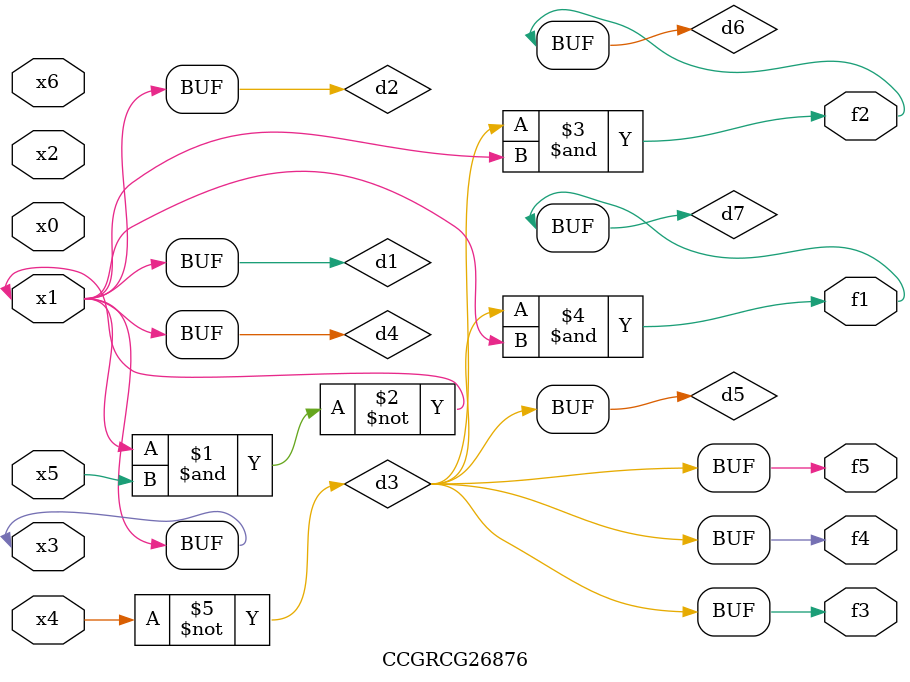
<source format=v>
module CCGRCG26876(
	input x0, x1, x2, x3, x4, x5, x6,
	output f1, f2, f3, f4, f5
);

	wire d1, d2, d3, d4, d5, d6, d7;

	buf (d1, x1, x3);
	nand (d2, x1, x5);
	not (d3, x4);
	buf (d4, d1, d2);
	buf (d5, d3);
	and (d6, d3, d4);
	and (d7, d3, d4);
	assign f1 = d7;
	assign f2 = d6;
	assign f3 = d5;
	assign f4 = d5;
	assign f5 = d5;
endmodule

</source>
